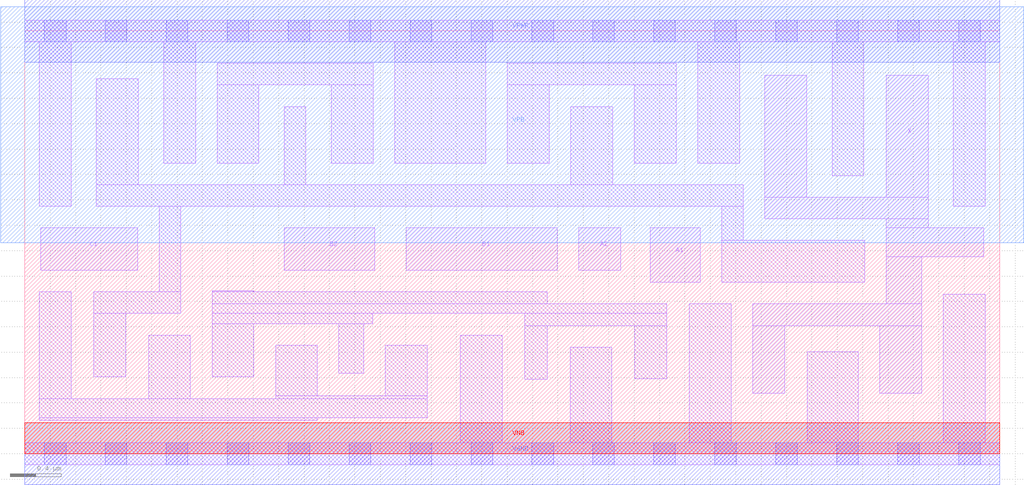
<source format=lef>
# Copyright 2020 The SkyWater PDK Authors
#
# Licensed under the Apache License, Version 2.0 (the "License");
# you may not use this file except in compliance with the License.
# You may obtain a copy of the License at
#
#     https://www.apache.org/licenses/LICENSE-2.0
#
# Unless required by applicable law or agreed to in writing, software
# distributed under the License is distributed on an "AS IS" BASIS,
# WITHOUT WARRANTIES OR CONDITIONS OF ANY KIND, either express or implied.
# See the License for the specific language governing permissions and
# limitations under the License.
#
# SPDX-License-Identifier: Apache-2.0

VERSION 5.7 ;
  NOWIREEXTENSIONATPIN ON ;
  DIVIDERCHAR "/" ;
  BUSBITCHARS "[]" ;
MACRO sky130_fd_sc_ls__o221a_4
  CLASS CORE ;
  FOREIGN sky130_fd_sc_ls__o221a_4 ;
  ORIGIN  0.000000  0.000000 ;
  SIZE  7.680000 BY  3.330000 ;
  SYMMETRY X Y ;
  SITE unit ;
  PIN A1
    ANTENNAGATEAREA  0.492000 ;
    DIRECTION INPUT ;
    USE SIGNAL ;
    PORT
      LAYER li1 ;
        RECT 4.925000 1.350000 5.320000 1.780000 ;
    END
  END A1
  PIN A2
    ANTENNAGATEAREA  0.492000 ;
    DIRECTION INPUT ;
    USE SIGNAL ;
    PORT
      LAYER li1 ;
        RECT 4.365000 1.445000 4.695000 1.780000 ;
    END
  END A2
  PIN B1
    ANTENNAGATEAREA  0.492000 ;
    DIRECTION INPUT ;
    USE SIGNAL ;
    PORT
      LAYER li1 ;
        RECT 3.005000 1.445000 4.195000 1.780000 ;
    END
  END B1
  PIN B2
    ANTENNAGATEAREA  0.492000 ;
    DIRECTION INPUT ;
    USE SIGNAL ;
    PORT
      LAYER li1 ;
        RECT 2.045000 1.445000 2.755000 1.780000 ;
    END
  END B2
  PIN C1
    ANTENNAGATEAREA  0.492000 ;
    DIRECTION INPUT ;
    USE SIGNAL ;
    PORT
      LAYER li1 ;
        RECT 0.125000 1.445000 0.890000 1.780000 ;
    END
  END C1
  PIN X
    ANTENNADIFFAREA  1.235700 ;
    DIRECTION OUTPUT ;
    USE SIGNAL ;
    PORT
      LAYER li1 ;
        RECT 5.735000 0.475000 5.985000 1.010000 ;
        RECT 5.735000 1.010000 7.065000 1.180000 ;
        RECT 5.830000 1.850000 7.115000 2.020000 ;
        RECT 5.830000 2.020000 6.160000 2.980000 ;
        RECT 6.735000 0.475000 7.065000 1.010000 ;
        RECT 6.785000 1.180000 7.065000 1.550000 ;
        RECT 6.785000 1.550000 7.555000 1.780000 ;
        RECT 6.785000 1.780000 7.115000 1.850000 ;
        RECT 6.785000 2.020000 7.115000 2.980000 ;
    END
  END X
  PIN VGND
    DIRECTION INOUT ;
    SHAPE ABUTMENT ;
    USE GROUND ;
    PORT
      LAYER met1 ;
        RECT 0.000000 -0.245000 7.680000 0.245000 ;
    END
  END VGND
  PIN VNB
    DIRECTION INOUT ;
    USE GROUND ;
    PORT
      LAYER pwell ;
        RECT 0.000000 0.000000 7.680000 0.245000 ;
    END
  END VNB
  PIN VPB
    DIRECTION INOUT ;
    USE POWER ;
    PORT
      LAYER nwell ;
        RECT -0.190000 1.660000 7.870000 3.520000 ;
    END
  END VPB
  PIN VPWR
    DIRECTION INOUT ;
    SHAPE ABUTMENT ;
    USE POWER ;
    PORT
      LAYER met1 ;
        RECT 0.000000 3.085000 7.680000 3.575000 ;
    END
  END VPWR
  OBS
    LAYER li1 ;
      RECT 0.000000 -0.085000 7.680000 0.085000 ;
      RECT 0.000000  3.245000 7.680000 3.415000 ;
      RECT 0.115000  0.265000 2.305000 0.285000 ;
      RECT 0.115000  0.285000 3.170000 0.435000 ;
      RECT 0.115000  0.435000 0.365000 1.275000 ;
      RECT 0.115000  1.950000 0.365000 3.245000 ;
      RECT 0.545000  0.605000 0.795000 1.105000 ;
      RECT 0.545000  1.105000 1.230000 1.275000 ;
      RECT 0.565000  1.950000 5.660000 2.120000 ;
      RECT 0.565000  2.120000 0.895000 2.955000 ;
      RECT 0.975000  0.435000 1.305000 0.935000 ;
      RECT 1.060000  1.275000 1.230000 1.950000 ;
      RECT 1.095000  2.290000 1.345000 3.245000 ;
      RECT 1.475000  0.605000 1.805000 1.025000 ;
      RECT 1.475000  1.025000 2.740000 1.105000 ;
      RECT 1.475000  1.105000 5.055000 1.180000 ;
      RECT 1.475000  1.180000 4.115000 1.275000 ;
      RECT 1.475000  1.275000 1.805000 1.285000 ;
      RECT 1.515000  2.290000 1.845000 2.905000 ;
      RECT 1.515000  2.905000 2.745000 3.075000 ;
      RECT 1.975000  0.435000 3.170000 0.455000 ;
      RECT 1.975000  0.455000 2.305000 0.855000 ;
      RECT 2.045000  2.120000 2.215000 2.735000 ;
      RECT 2.415000  2.290000 2.745000 2.905000 ;
      RECT 2.475000  0.635000 2.670000 1.025000 ;
      RECT 2.840000  0.455000 3.170000 0.855000 ;
      RECT 2.915000  2.290000 3.630000 3.245000 ;
      RECT 3.430000  0.085000 3.760000 0.935000 ;
      RECT 3.800000  2.290000 4.130000 2.905000 ;
      RECT 3.800000  2.905000 5.130000 3.075000 ;
      RECT 3.940000  0.585000 4.115000 1.010000 ;
      RECT 3.940000  1.010000 5.055000 1.105000 ;
      RECT 4.295000  0.085000 4.625000 0.840000 ;
      RECT 4.300000  2.120000 4.630000 2.735000 ;
      RECT 4.800000  2.290000 5.130000 2.905000 ;
      RECT 4.805000  0.590000 5.055000 1.010000 ;
      RECT 5.235000  0.085000 5.565000 1.180000 ;
      RECT 5.300000  2.290000 5.630000 3.245000 ;
      RECT 5.490000  1.350000 6.615000 1.680000 ;
      RECT 5.490000  1.680000 5.660000 1.950000 ;
      RECT 6.165000  0.085000 6.565000 0.805000 ;
      RECT 6.360000  2.190000 6.610000 3.245000 ;
      RECT 7.235000  0.085000 7.565000 1.255000 ;
      RECT 7.315000  1.950000 7.565000 3.245000 ;
    LAYER mcon ;
      RECT 0.155000 -0.085000 0.325000 0.085000 ;
      RECT 0.155000  3.245000 0.325000 3.415000 ;
      RECT 0.635000 -0.085000 0.805000 0.085000 ;
      RECT 0.635000  3.245000 0.805000 3.415000 ;
      RECT 1.115000 -0.085000 1.285000 0.085000 ;
      RECT 1.115000  3.245000 1.285000 3.415000 ;
      RECT 1.595000 -0.085000 1.765000 0.085000 ;
      RECT 1.595000  3.245000 1.765000 3.415000 ;
      RECT 2.075000 -0.085000 2.245000 0.085000 ;
      RECT 2.075000  3.245000 2.245000 3.415000 ;
      RECT 2.555000 -0.085000 2.725000 0.085000 ;
      RECT 2.555000  3.245000 2.725000 3.415000 ;
      RECT 3.035000 -0.085000 3.205000 0.085000 ;
      RECT 3.035000  3.245000 3.205000 3.415000 ;
      RECT 3.515000 -0.085000 3.685000 0.085000 ;
      RECT 3.515000  3.245000 3.685000 3.415000 ;
      RECT 3.995000 -0.085000 4.165000 0.085000 ;
      RECT 3.995000  3.245000 4.165000 3.415000 ;
      RECT 4.475000 -0.085000 4.645000 0.085000 ;
      RECT 4.475000  3.245000 4.645000 3.415000 ;
      RECT 4.955000 -0.085000 5.125000 0.085000 ;
      RECT 4.955000  3.245000 5.125000 3.415000 ;
      RECT 5.435000 -0.085000 5.605000 0.085000 ;
      RECT 5.435000  3.245000 5.605000 3.415000 ;
      RECT 5.915000 -0.085000 6.085000 0.085000 ;
      RECT 5.915000  3.245000 6.085000 3.415000 ;
      RECT 6.395000 -0.085000 6.565000 0.085000 ;
      RECT 6.395000  3.245000 6.565000 3.415000 ;
      RECT 6.875000 -0.085000 7.045000 0.085000 ;
      RECT 6.875000  3.245000 7.045000 3.415000 ;
      RECT 7.355000 -0.085000 7.525000 0.085000 ;
      RECT 7.355000  3.245000 7.525000 3.415000 ;
  END
END sky130_fd_sc_ls__o221a_4
END LIBRARY

</source>
